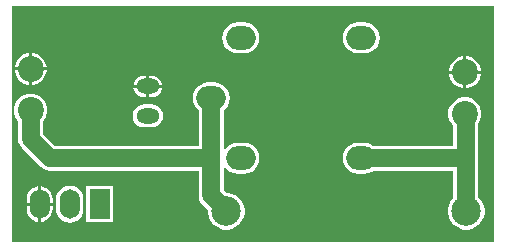
<source format=gtl>
G04*
G04 #@! TF.GenerationSoftware,Altium Limited,Altium Designer,24.1.2 (44)*
G04*
G04 Layer_Physical_Order=1*
G04 Layer_Color=255*
%FSLAX25Y25*%
%MOIN*%
G70*
G04*
G04 #@! TF.SameCoordinates,1D4F381B-0C85-4C13-B92F-FFDB2225B82E*
G04*
G04*
G04 #@! TF.FilePolarity,Positive*
G04*
G01*
G75*
%ADD12C,0.01000*%
%ADD19C,0.05906*%
%ADD20O,0.06693X0.09843*%
%ADD21R,0.06693X0.09843*%
%ADD22O,0.09843X0.07874*%
%ADD23O,0.07677X0.05118*%
%ADD24C,0.08661*%
%ADD25C,0.09843*%
G36*
X164533Y3971D02*
X3971D01*
Y82643D01*
X164533D01*
Y3971D01*
D02*
G37*
%LPC*%
G36*
X121354Y77256D02*
X119386D01*
X118045Y77080D01*
X116795Y76562D01*
X115722Y75739D01*
X114899Y74665D01*
X114381Y73416D01*
X114205Y72075D01*
X114381Y70734D01*
X114899Y69484D01*
X115722Y68411D01*
X116795Y67588D01*
X118045Y67070D01*
X119386Y66894D01*
X121354D01*
X122695Y67070D01*
X123945Y67588D01*
X125018Y68411D01*
X125841Y69484D01*
X126359Y70734D01*
X126536Y72075D01*
X126359Y73416D01*
X125841Y74665D01*
X125018Y75739D01*
X123945Y76562D01*
X122695Y77080D01*
X121354Y77256D01*
D02*
G37*
G36*
X81197D02*
X79228D01*
X77887Y77080D01*
X76638Y76562D01*
X75565Y75739D01*
X74741Y74665D01*
X74224Y73416D01*
X74047Y72075D01*
X74224Y70734D01*
X74741Y69484D01*
X75565Y68411D01*
X76638Y67588D01*
X77887Y67070D01*
X79228Y66894D01*
X81197D01*
X82538Y67070D01*
X83788Y67588D01*
X84861Y68411D01*
X85684Y69484D01*
X86202Y70734D01*
X86378Y72075D01*
X86202Y73416D01*
X85684Y74665D01*
X84861Y75739D01*
X83788Y76562D01*
X82538Y77080D01*
X81197Y77256D01*
D02*
G37*
G36*
X10847Y67054D02*
X10646D01*
Y62223D01*
X15476D01*
Y62425D01*
X15113Y63780D01*
X14411Y64996D01*
X13419Y65988D01*
X12203Y66690D01*
X10847Y67054D01*
D02*
G37*
G36*
X9646D02*
X9444D01*
X8088Y66690D01*
X6872Y65988D01*
X5880Y64996D01*
X5178Y63780D01*
X4815Y62425D01*
Y62223D01*
X9646D01*
Y67054D01*
D02*
G37*
G36*
X155615Y65872D02*
X155413D01*
Y61042D01*
X160244D01*
Y61243D01*
X159881Y62599D01*
X159179Y63815D01*
X158186Y64807D01*
X156971Y65509D01*
X155615Y65872D01*
D02*
G37*
G36*
X154413D02*
X154212D01*
X152856Y65509D01*
X151640Y64807D01*
X150648Y63815D01*
X149946Y62599D01*
X149583Y61243D01*
Y61042D01*
X154413D01*
Y65872D01*
D02*
G37*
G36*
X50492Y59495D02*
X49713D01*
Y56406D01*
X54016D01*
X53960Y56835D01*
X53601Y57700D01*
X53031Y58444D01*
X52287Y59014D01*
X51421Y59373D01*
X50492Y59495D01*
D02*
G37*
G36*
X48713D02*
X47933D01*
X47004Y59373D01*
X46138Y59014D01*
X45395Y58444D01*
X44824Y57700D01*
X44466Y56835D01*
X44409Y56406D01*
X48713D01*
Y59495D01*
D02*
G37*
G36*
X15476Y61223D02*
X10646D01*
Y56392D01*
X10847D01*
X12203Y56755D01*
X13419Y57457D01*
X14411Y58450D01*
X15113Y59665D01*
X15476Y61021D01*
Y61223D01*
D02*
G37*
G36*
X9646D02*
X4815D01*
Y61021D01*
X5178Y59665D01*
X5880Y58450D01*
X6872Y57457D01*
X8088Y56755D01*
X9444Y56392D01*
X9646D01*
Y61223D01*
D02*
G37*
G36*
X160244Y60042D02*
X155413D01*
Y55211D01*
X155615D01*
X156971Y55574D01*
X158186Y56276D01*
X159179Y57269D01*
X159881Y58484D01*
X160244Y59840D01*
Y60042D01*
D02*
G37*
G36*
X154413D02*
X149583D01*
Y59840D01*
X149946Y58484D01*
X150648Y57269D01*
X151640Y56276D01*
X152856Y55574D01*
X154212Y55211D01*
X154413D01*
Y60042D01*
D02*
G37*
G36*
X54016Y55405D02*
X49713D01*
Y52316D01*
X50492D01*
X51421Y52438D01*
X52287Y52797D01*
X53031Y53367D01*
X53601Y54111D01*
X53960Y54976D01*
X54016Y55405D01*
D02*
G37*
G36*
X48713D02*
X44409D01*
X44466Y54976D01*
X44824Y54111D01*
X45395Y53367D01*
X46138Y52797D01*
X47004Y52438D01*
X47933Y52316D01*
X48713D01*
Y55405D01*
D02*
G37*
G36*
X50492Y49854D02*
X47933D01*
X46952Y49725D01*
X46037Y49347D01*
X45252Y48744D01*
X44649Y47959D01*
X44271Y47044D01*
X44142Y46063D01*
X44271Y45082D01*
X44649Y44167D01*
X45252Y43382D01*
X46037Y42779D01*
X46952Y42401D01*
X47933Y42272D01*
X50492D01*
X51473Y42401D01*
X52388Y42779D01*
X53173Y43382D01*
X53776Y44167D01*
X54154Y45082D01*
X54284Y46063D01*
X54154Y47044D01*
X53776Y47959D01*
X53173Y48744D01*
X52388Y49347D01*
X51473Y49725D01*
X50492Y49854D01*
D02*
G37*
G36*
X155641Y52272D02*
X154185D01*
X152779Y51895D01*
X151517Y51167D01*
X150488Y50138D01*
X149760Y48877D01*
X149383Y47470D01*
Y46014D01*
X149760Y44607D01*
X150488Y43346D01*
X150945Y42888D01*
Y36106D01*
X124334D01*
X123945Y36404D01*
X122695Y36922D01*
X121354Y37099D01*
X119386D01*
X118045Y36922D01*
X116795Y36404D01*
X115722Y35581D01*
X114899Y34508D01*
X114381Y33258D01*
X114205Y31917D01*
X114381Y30576D01*
X114899Y29327D01*
X115722Y28254D01*
X116795Y27430D01*
X118045Y26913D01*
X119386Y26736D01*
X121354D01*
X122695Y26913D01*
X123945Y27430D01*
X124334Y27729D01*
X150945D01*
Y18519D01*
X150600Y18174D01*
X149930Y17171D01*
X149468Y16057D01*
X149233Y14875D01*
Y13669D01*
X149468Y12486D01*
X149930Y11372D01*
X150600Y10370D01*
X151452Y9517D01*
X152455Y8847D01*
X153569Y8386D01*
X154751Y8150D01*
X155957D01*
X157140Y8386D01*
X158254Y8847D01*
X159256Y9517D01*
X160109Y10370D01*
X160779Y11372D01*
X161240Y12486D01*
X161476Y13669D01*
Y14875D01*
X161240Y16057D01*
X160779Y17171D01*
X160109Y18174D01*
X159322Y18960D01*
Y31917D01*
Y43329D01*
X159339Y43346D01*
X160067Y44607D01*
X160444Y46014D01*
Y47470D01*
X160067Y48877D01*
X159339Y50138D01*
X158309Y51167D01*
X157048Y51895D01*
X155641Y52272D01*
D02*
G37*
G36*
X71354Y57177D02*
X69386D01*
X68045Y57001D01*
X66795Y56483D01*
X65722Y55660D01*
X64899Y54587D01*
X64381Y53337D01*
X64205Y51996D01*
X64381Y50655D01*
X64899Y49405D01*
X65722Y48332D01*
X66181Y47980D01*
Y36106D01*
X18341D01*
X14334Y40113D01*
Y44290D01*
X14571Y44527D01*
X15300Y45788D01*
X15676Y47195D01*
Y48651D01*
X15300Y50058D01*
X14571Y51319D01*
X13542Y52349D01*
X12280Y53077D01*
X10874Y53453D01*
X9418D01*
X8011Y53077D01*
X6750Y52349D01*
X5720Y51319D01*
X4992Y50058D01*
X4615Y48651D01*
Y47195D01*
X4992Y45788D01*
X5720Y44527D01*
X5957Y44290D01*
Y38378D01*
X6100Y37294D01*
X6518Y36284D01*
X7184Y35416D01*
X13645Y28956D01*
X14512Y28290D01*
X15522Y27872D01*
X16606Y27729D01*
X66181D01*
Y19547D01*
X66324Y18463D01*
X66743Y17453D01*
X67408Y16586D01*
X69233Y14761D01*
Y13669D01*
X69468Y12486D01*
X69930Y11372D01*
X70600Y10370D01*
X71452Y9517D01*
X72455Y8847D01*
X73569Y8386D01*
X74751Y8150D01*
X75957D01*
X77140Y8386D01*
X78254Y8847D01*
X79256Y9517D01*
X80109Y10370D01*
X80779Y11372D01*
X81240Y12486D01*
X81476Y13669D01*
Y14875D01*
X81240Y16057D01*
X80779Y17171D01*
X80109Y18174D01*
X79256Y19026D01*
X78254Y19696D01*
X77140Y20158D01*
X75957Y20393D01*
X75448D01*
X74559Y21282D01*
Y28743D01*
X75059Y28913D01*
X75565Y28254D01*
X76638Y27430D01*
X77887Y26913D01*
X79228Y26736D01*
X81197D01*
X82538Y26913D01*
X83788Y27430D01*
X84861Y28254D01*
X85684Y29327D01*
X86202Y30576D01*
X86378Y31917D01*
X86202Y33258D01*
X85684Y34508D01*
X84861Y35581D01*
X83788Y36404D01*
X82538Y36922D01*
X81197Y37099D01*
X79228D01*
X77887Y36922D01*
X76638Y36404D01*
X75565Y35581D01*
X75059Y34922D01*
X74559Y35092D01*
Y47980D01*
X75018Y48332D01*
X75841Y49405D01*
X76359Y50655D01*
X76536Y51996D01*
X76359Y53337D01*
X75841Y54587D01*
X75018Y55660D01*
X73945Y56483D01*
X72695Y57001D01*
X71354Y57177D01*
D02*
G37*
G36*
X13689Y22527D02*
Y17134D01*
X17573D01*
Y18209D01*
X17424Y19343D01*
X16986Y20401D01*
X16289Y21309D01*
X15381Y22005D01*
X14324Y22443D01*
X13689Y22527D01*
D02*
G37*
G36*
X12689Y22527D02*
X12054Y22443D01*
X10997Y22005D01*
X10089Y21309D01*
X9392Y20401D01*
X8954Y19343D01*
X8805Y18209D01*
Y17134D01*
X12689D01*
Y22527D01*
D02*
G37*
G36*
Y16134D02*
X8805D01*
Y15059D01*
X8954Y13924D01*
X9392Y12867D01*
X10089Y11959D01*
X10997Y11262D01*
X12054Y10825D01*
X12689Y10741D01*
Y16134D01*
D02*
G37*
G36*
X17573D02*
X13689D01*
Y10741D01*
X14324Y10825D01*
X15381Y11262D01*
X16289Y11959D01*
X16986Y12867D01*
X17424Y13924D01*
X17573Y15059D01*
Y16134D01*
D02*
G37*
G36*
X37735Y22755D02*
X28642D01*
Y10513D01*
X37735D01*
Y22755D01*
D02*
G37*
G36*
X23189Y22794D02*
X22002Y22638D01*
X20896Y22180D01*
X19946Y21451D01*
X19218Y20502D01*
X18759Y19396D01*
X18603Y18209D01*
Y15059D01*
X18759Y13872D01*
X19218Y12766D01*
X19946Y11817D01*
X20896Y11088D01*
X22002Y10630D01*
X23189Y10473D01*
X24376Y10630D01*
X25482Y11088D01*
X26432Y11817D01*
X27160Y12766D01*
X27618Y13872D01*
X27775Y15059D01*
Y18209D01*
X27618Y19396D01*
X27160Y20502D01*
X26432Y21451D01*
X25482Y22180D01*
X24376Y22638D01*
X23189Y22794D01*
D02*
G37*
%LPD*%
D12*
X155134Y14492D02*
X155354Y14272D01*
X154913Y46742D02*
X155134Y46521D01*
D19*
X16606Y31917D02*
X70370D01*
X10146Y38378D02*
X16606Y31917D01*
X10146Y38378D02*
Y47923D01*
X70370Y31917D02*
Y51996D01*
Y19547D02*
Y31917D01*
X155134D02*
Y46521D01*
Y14492D02*
Y31917D01*
X120370D02*
X155134D01*
X70370Y19547D02*
X75646Y14272D01*
D20*
X13189Y16634D02*
D03*
X23189D02*
D03*
D21*
X33189D02*
D03*
D22*
X70370Y51996D02*
D03*
X80213Y31917D02*
D03*
X120370D02*
D03*
X80213Y72075D02*
D03*
X120370D02*
D03*
D23*
X49213Y55905D02*
D03*
Y46063D02*
D03*
D24*
X10146Y61723D02*
D03*
Y47923D02*
D03*
X154913Y46742D02*
D03*
Y60542D02*
D03*
D25*
X75354Y14272D02*
D03*
X155354D02*
D03*
M02*

</source>
